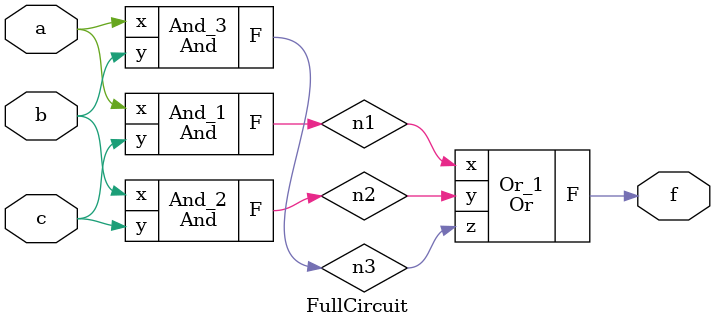
<source format=v>


module And (x, y, F); 
    input x, y;
    output F;
endmodule

//Making Or Gate object
module Or (x, y, z, F);
    input x, y, z;
    output F;
endmodule

//The whole circuit which include 3 AND gate and 1 OR gate
module FullCircuit (a, b, c, f);
    input a,b,c;
    output f;
    wire n1, n2, n3; //for each and gate output
    And And_1(a, c, n1);
    And And_2(b, c, n2);
    And And_3(a, b, n3);
    Or Or_1(n1, n2, n3, f);
endmodule
</source>
